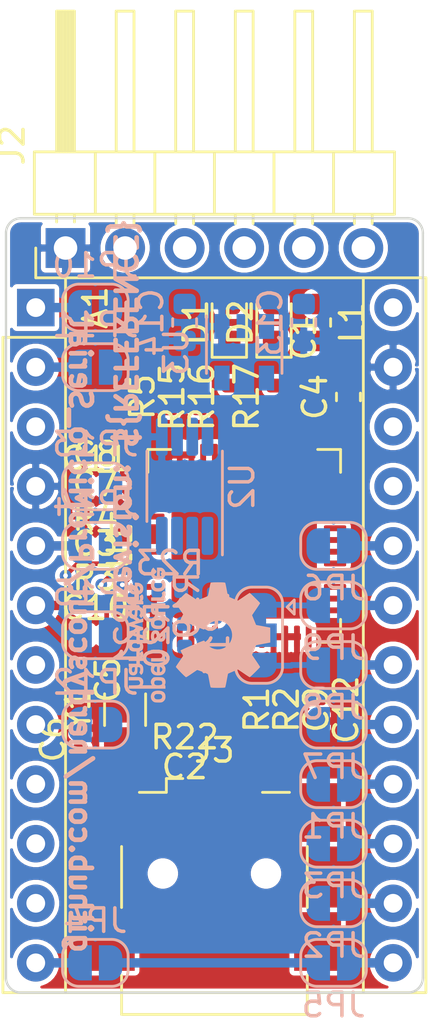
<source format=kicad_pcb>
(kicad_pcb (version 20171130) (host pcbnew 5.1.5-52549c5~84~ubuntu18.04.1)
  (title_block (title ProMicro_Serial) (date 2020-02-22) (rev v1.0) (company https://twitter.com/nerdyscout84) (comment 1 "CERN Open Hardware Licence v1.2 ") (comment 2 http://github.com/nerdyscout/ProMicro_Serial))
  (layers (0 F.Cu mixed) (31 B.Cu mixed) (34 B.Paste user) (35 F.Paste user) (36 B.SilkS user hide) (37 F.SilkS user hide) (38 B.Mask user) (39 F.Mask user) (44 Edge.Cuts user))
  (net 0 "")
  (net 1 GND)
  (net 2 +3V3)
  (net 3 ADBUS1)
  (net 4 ADBUS0)
  (net 5 ADBUS2)
  (net 6 ADBUS3)
  (net 7 "Net-(C2-Pad1)")
  (net 8 "Net-(C5-Pad1)")
  (net 9 "Net-(C6-Pad1)")
  (net 10 "Net-(C7-Pad1)")
  (net 11 "Net-(C8-Pad1)")
  (net 12 "Net-(R1-Pad1)")
  (net 13 "Net-(R2-Pad1)")
  (net 14 /EECS)
  (net 15 /EECLK)
  (net 16 "Net-(R21-Pad1)")
  (net 17 "Net-(R22-Pad1)")
  (net 18 /EEDAT)
  (net 19 "Net-(D1-Pad1)")
  (net 20 "Net-(D2-Pad1)")
  (net 21 +5V)
  (net 22 ACBUS0)
  (net 23 D9)
  (net 24 A3)
  (net 25 A2)
  (net 26 A1)
  (net 27 D5)
  (net 28 A0)
  (net 29 D15)
  (net 30 D3)
  (net 31 D14)
  (net 32 D2)
  (net 33 D16)
  (net 34 D10)
  (net 35 D0)
  (net 36 D1)
  (net 37 ADBUS4)
  (net 38 PWRSAV)
  (net 39 TXLED)
  (net 40 RXLED)
  (net 41 "Net-(J3-Pad3)")
  (net 42 "Net-(J3-Pad2)")
  (net 43 "Net-(R5-Pad1)")
  (net 44 "Net-(J2-Pad2)")
  (module Capacitor_SMD:C_0603_1608Metric (layer B.Cu) (at 107.95 76.835 270)
    (fp_text reference C14 (at 0 1.43 90) (layer B.SilkS) (effects (justify mirror)))
    (fp_text value 100n)
    (pad 2 smd roundrect (at 0.7875 0 270) (size 0.875 0.95) (layers B.Cu B.Paste B.Mask) (net 1 GND))
    (pad 1 smd roundrect (at -0.7875 0 270) (size 0.875 0.95) (layers B.Cu B.Paste B.Mask) (net 2 +3V3))
  )
  (module Capacitor_SMD:C_0603_1608Metric (layer B.Cu) (at 113.03 76.835 270)
    (fp_text reference C13 (at 0 1.43 90) (layer B.SilkS) (effects (justify mirror)))
    (fp_text value 1µ)
    (pad 2 smd roundrect (at 0.7875 0 270) (size 0.875 0.95) (layers B.Cu B.Paste B.Mask) (net 1 GND))
    (pad 1 smd roundrect (at -0.7875 0 270) (size 0.875 0.95) (layers B.Cu B.Paste B.Mask) (net 21 +5V))
  )
  (module Jumper:SolderJumper-3_P1.3mm_Bridged12_RoundedPad1.0x1.5mm (layer B.Cu) (at 111.125 90.17 270)
    (fp_text reference JP16 (at 0 1.8 90) (layer B.SilkS) (effects (justify mirror)))
    (fp_text value Jumper_3_Bridged12)
    (fp_poly (pts (xy -0.9 0.3) (xy -0.4 0.3) (xy -0.4 -0.3) (xy -0.9 -0.3)) (layer B.Cu) (width 0))
    (pad 1 smd custom (at -1.3 0 270) (size 1 0.5) (layers B.Cu B.Mask) (net 6 ADBUS3) (options (clearance outline) (anchor rect)) (primitives (gr_circle (center 0 -0.25) (end 0.5 -0.25) (width 0)) (gr_circle (center 0 0.25) (end 0.5 0.25) (width 0)) (gr_poly (pts (xy 0.55 0.75) (xy 0 0.75) (xy 0 -0.75) (xy 0.55 -0.75)) (width 0))))
    (pad 2 smd rect (at 0 0 270) (size 1 1.5) (layers B.Cu B.Mask) (net 44 "Net-(J2-Pad2)"))
    (pad 3 smd custom (at 1.3 0 270) (size 1 0.5) (layers B.Cu B.Mask) (net 5 ADBUS2) (options (clearance outline) (anchor rect)) (primitives (gr_circle (center 0 -0.25) (end 0.5 -0.25) (width 0)) (gr_circle (center 0 0.25) (end 0.5 0.25) (width 0)) (gr_poly (pts (xy -0.55 0.75) (xy 0 0.75) (xy 0 -0.75) (xy -0.55 -0.75)) (width 0))))
  )
  (module Package_TO_SOT_SMD:SOT-23-5 (layer B.Cu) (at 110.49 78.105 270)
    (fp_text reference U3 (at 0 2.9 90) (layer B.SilkS) (effects (justify mirror)))
    (fp_text value AZ1117-3.3)
    (pad 5 smd rect (at 1.1 0.95 270) (size 1.06 0.65) (layers B.Cu B.Paste B.Mask))
    (pad 4 smd rect (at 1.1 -0.95 270) (size 1.06 0.65) (layers B.Cu B.Paste B.Mask))
    (pad 3 smd rect (at -1.1 -0.95 270) (size 1.06 0.65) (layers B.Cu B.Paste B.Mask) (net 21 +5V))
    (pad 2 smd rect (at -1.1 0 270) (size 1.06 0.65) (layers B.Cu B.Paste B.Mask) (net 2 +3V3))
    (pad 1 smd rect (at -1.1 0.95 270) (size 1.06 0.65) (layers B.Cu B.Paste B.Mask) (net 1 GND))
  )
  (module Capacitor_SMD:C_0402_1005Metric (layer F.Cu) (at 113.03 80.01 90)
    (fp_text reference C1 (at 2.54 0 90) (layer F.SilkS))
    (fp_text value 100n)
    (pad 2 smd roundrect (at 0.485 0 90) (size 0.59 0.64) (layers F.Cu F.Paste F.Mask) (net 1 GND))
    (pad 1 smd roundrect (at -0.485 0 90) (size 0.59 0.64) (layers F.Cu F.Paste F.Mask) (net 2 +3V3))
  )
  (module Capacitor_SMD:C_0402_1005Metric (layer F.Cu) (at 107.95 94.615 180)
    (fp_text reference C2 (at 0 -1.17) (layer F.SilkS))
    (fp_text value 4.7µ)
    (pad 2 smd roundrect (at 0.485 0 180) (size 0.59 0.64) (layers F.Cu F.Paste F.Mask) (net 1 GND))
    (pad 1 smd roundrect (at -0.485 0 180) (size 0.59 0.64) (layers F.Cu F.Paste F.Mask) (net 7 "Net-(C2-Pad1)"))
  )
  (module Capacitor_SMD:C_0402_1005Metric (layer F.Cu) (at 104.14 85.09 180)
    (fp_text reference C3 (at 0 -1.17) (layer F.SilkS))
    (fp_text value 100n)
    (pad 2 smd roundrect (at 0.485 0 180) (size 0.59 0.64) (layers F.Cu F.Paste F.Mask) (net 1 GND))
    (pad 1 smd roundrect (at -0.485 0 180) (size 0.59 0.64) (layers F.Cu F.Paste F.Mask) (net 7 "Net-(C2-Pad1)"))
  )
  (module Capacitor_SMD:C_0402_1005Metric (layer F.Cu) (at 103.505 92.075 270)
    (fp_text reference C5 (at 0 -1.17 90) (layer F.SilkS))
    (fp_text value 27p)
    (pad 2 smd roundrect (at 0.485 0 270) (size 0.59 0.64) (layers F.Cu F.Paste F.Mask) (net 1 GND))
    (pad 1 smd roundrect (at -0.485 0 270) (size 0.59 0.64) (layers F.Cu F.Paste F.Mask) (net 8 "Net-(C5-Pad1)"))
  )
  (module Capacitor_SMD:C_0402_1005Metric (layer F.Cu) (at 103.505 94.615 90)
    (fp_text reference C6 (at 0 -1.17 90) (layer F.SilkS))
    (fp_text value 27p)
    (pad 2 smd roundrect (at 0.485 0 90) (size 0.59 0.64) (layers F.Cu F.Paste F.Mask) (net 1 GND))
    (pad 1 smd roundrect (at -0.485 0 90) (size 0.59 0.64) (layers F.Cu F.Paste F.Mask) (net 9 "Net-(C6-Pad1)"))
  )
  (module Capacitor_SMD:C_0402_1005Metric (layer F.Cu) (at 104.14 82.55 180)
    (fp_text reference C7 (at 0 -1.17) (layer F.SilkS))
    (fp_text value 100n)
    (pad 2 smd roundrect (at 0.485 0 180) (size 0.59 0.64) (layers F.Cu F.Paste F.Mask) (net 1 GND))
    (pad 1 smd roundrect (at -0.485 0 180) (size 0.59 0.64) (layers F.Cu F.Paste F.Mask) (net 10 "Net-(C7-Pad1)"))
  )
  (module Capacitor_SMD:C_0402_1005Metric (layer F.Cu) (at 104.14 81.28 180)
    (fp_text reference C8 (at 0 -1.17) (layer F.SilkS))
    (fp_text value 100n)
    (pad 2 smd roundrect (at 0.485 0 180) (size 0.59 0.64) (layers F.Cu F.Paste F.Mask) (net 1 GND))
    (pad 1 smd roundrect (at -0.485 0 180) (size 0.59 0.64) (layers F.Cu F.Paste F.Mask) (net 11 "Net-(C8-Pad1)"))
  )
  (module Capacitor_SMD:C_0402_1005Metric (layer F.Cu) (at 112.395 93.345 270)
    (fp_text reference C9 (at 0 -1.17 90) (layer F.SilkS))
    (fp_text value 4.7µ)
    (pad 2 smd roundrect (at 0.485 0 270) (size 0.59 0.64) (layers F.Cu F.Paste F.Mask) (net 1 GND))
    (pad 1 smd roundrect (at -0.485 0 270) (size 0.59 0.64) (layers F.Cu F.Paste F.Mask) (net 2 +3V3))
  )
  (module Capacitor_SMD:C_0402_1005Metric (layer F.Cu) (at 104.14 90.17)
    (fp_text reference C10 (at 0 -1.17) (layer F.SilkS))
    (fp_text value 100n)
    (pad 2 smd roundrect (at 0.485 0) (size 0.59 0.64) (layers F.Cu F.Paste F.Mask) (net 2 +3V3))
    (pad 1 smd roundrect (at -0.485 0) (size 0.59 0.64) (layers F.Cu F.Paste F.Mask) (net 1 GND))
  )
  (module Capacitor_SMD:C_0402_1005Metric (layer F.Cu) (at 104.14 83.82)
    (fp_text reference C11 (at 0 -1.17) (layer F.SilkS))
    (fp_text value 100n)
    (pad 2 smd roundrect (at 0.485 0) (size 0.59 0.64) (layers F.Cu F.Paste F.Mask) (net 2 +3V3))
    (pad 1 smd roundrect (at -0.485 0) (size 0.59 0.64) (layers F.Cu F.Paste F.Mask) (net 1 GND))
  )
  (module Capacitor_SMD:C_0402_1005Metric (layer F.Cu) (at 113.665 93.345 270)
    (fp_text reference C12 (at 0 -1.17 90) (layer F.SilkS))
    (fp_text value 100n)
    (pad 2 smd roundrect (at 0.485 0 270) (size 0.59 0.64) (layers F.Cu F.Paste F.Mask) (net 1 GND))
    (pad 1 smd roundrect (at -0.485 0 270) (size 0.59 0.64) (layers F.Cu F.Paste F.Mask) (net 2 +3V3))
  )
  (module Resistor_SMD:R_0402_1005Metric (layer F.Cu) (at 109.855 93.345 270)
    (fp_text reference R1 (at 0 -1.17 90) (layer F.SilkS))
    (fp_text value 22)
    (pad 2 smd roundrect (at 0.485 0 270) (size 0.59 0.64) (layers F.Cu F.Paste F.Mask) (net 42 "Net-(J3-Pad2)"))
    (pad 1 smd roundrect (at -0.485 0 270) (size 0.59 0.64) (layers F.Cu F.Paste F.Mask) (net 12 "Net-(R1-Pad1)"))
  )
  (module Resistor_SMD:R_0402_1005Metric (layer F.Cu) (at 111.125 93.345 270)
    (fp_text reference R2 (at 0 -1.17 90) (layer F.SilkS))
    (fp_text value 22)
    (pad 2 smd roundrect (at 0.485 0 270) (size 0.59 0.64) (layers F.Cu F.Paste F.Mask) (net 41 "Net-(J3-Pad3)"))
    (pad 1 smd roundrect (at -0.485 0 270) (size 0.59 0.64) (layers F.Cu F.Paste F.Mask) (net 13 "Net-(R2-Pad1)"))
  )
  (module Resistor_SMD:R_0402_1005Metric (layer F.Cu) (at 104.14 88.9)
    (fp_text reference R3 (at 0 -1.17) (layer F.SilkS))
    (fp_text value 4k7)
    (pad 2 smd roundrect (at 0.485 0) (size 0.59 0.64) (layers F.Cu F.Paste F.Mask) (net 2 +3V3))
    (pad 1 smd roundrect (at -0.485 0) (size 0.59 0.64) (layers F.Cu F.Paste F.Mask) (net 30 D3))
  )
  (module Resistor_SMD:R_0402_1005Metric (layer F.Cu) (at 104.14 86.36)
    (fp_text reference R4 (at 0 -1.17) (layer F.SilkS))
    (fp_text value 4k7)
    (pad 2 smd roundrect (at 0.485 0) (size 0.59 0.64) (layers F.Cu F.Paste F.Mask) (net 2 +3V3))
    (pad 1 smd roundrect (at -0.485 0) (size 0.59 0.64) (layers F.Cu F.Paste F.Mask) (net 32 D2))
  )
  (module Resistor_SMD:R_0402_1005Metric (layer F.Cu) (at 107.315 80.01 90)
    (fp_text reference R5 (at 0 -1.17 90) (layer F.SilkS))
    (fp_text value 1k)
    (pad 2 smd roundrect (at 0.485 0 90) (size 0.59 0.64) (layers F.Cu F.Paste F.Mask) (net 2 +3V3))
    (pad 1 smd roundrect (at -0.485 0 90) (size 0.59 0.64) (layers F.Cu F.Paste F.Mask) (net 43 "Net-(R5-Pad1)"))
  )
  (module Resistor_SMD:R_0402_1005Metric (layer F.Cu) (at 108.585 80.01 90)
    (fp_text reference R15 (at 0 -1.17 90) (layer F.SilkS))
    (fp_text value 39k)
    (pad 2 smd roundrect (at 0.485 0 90) (size 0.59 0.64) (layers F.Cu F.Paste F.Mask) (net 21 +5V))
    (pad 1 smd roundrect (at -0.485 0 90) (size 0.59 0.64) (layers F.Cu F.Paste F.Mask) (net 38 PWRSAV))
  )
  (module Resistor_SMD:R_0402_1005Metric (layer F.Cu) (at 109.855 80.01 90)
    (fp_text reference R16 (at 0 -1.17 90) (layer F.SilkS))
    (fp_text value 220)
    (pad 2 smd roundrect (at 0.485 0 90) (size 0.59 0.64) (layers F.Cu F.Paste F.Mask) (net 19 "Net-(D1-Pad1)"))
    (pad 1 smd roundrect (at -0.485 0 90) (size 0.59 0.64) (layers F.Cu F.Paste F.Mask) (net 39 TXLED))
  )
  (module Resistor_SMD:R_0402_1005Metric (layer F.Cu) (at 111.76 80.01 90)
    (fp_text reference R17 (at 0 -1.17 90) (layer F.SilkS))
    (fp_text value 220)
    (pad 2 smd roundrect (at 0.485 0 90) (size 0.59 0.64) (layers F.Cu F.Paste F.Mask) (net 20 "Net-(D2-Pad1)"))
    (pad 1 smd roundrect (at -0.485 0 90) (size 0.59 0.64) (layers F.Cu F.Paste F.Mask) (net 40 RXLED))
  )
  (module Resistor_SMD:R_0402_1005Metric (layer B.Cu) (at 109.22 88.9 270)
    (fp_text reference R19 (at 0 1.17 90) (layer B.SilkS) (effects (justify mirror)))
    (fp_text value 10k)
    (pad 2 smd roundrect (at 0.485 0 270) (size 0.59 0.64) (layers B.Cu B.Paste B.Mask) (net 2 +3V3))
    (pad 1 smd roundrect (at -0.485 0 270) (size 0.59 0.64) (layers B.Cu B.Paste B.Mask) (net 14 /EECS))
  )
  (module Resistor_SMD:R_0402_1005Metric (layer B.Cu) (at 107.95 90.17 270)
    (fp_text reference R20 (at 0 1.17 90) (layer B.SilkS) (effects (justify mirror)))
    (fp_text value 10k)
    (pad 2 smd roundrect (at 0.485 0 270) (size 0.59 0.64) (layers B.Cu B.Paste B.Mask) (net 2 +3V3))
    (pad 1 smd roundrect (at -0.485 0 270) (size 0.59 0.64) (layers B.Cu B.Paste B.Mask) (net 15 /EECLK))
  )
  (module Resistor_SMD:R_0402_1005Metric (layer B.Cu) (at 106.68 90.17 270)
    (fp_text reference R21 (at 0 1.17 90) (layer B.SilkS) (effects (justify mirror)))
    (fp_text value 10k)
    (pad 2 smd roundrect (at 0.485 0 270) (size 0.59 0.64) (layers B.Cu B.Paste B.Mask) (net 2 +3V3))
    (pad 1 smd roundrect (at -0.485 0 270) (size 0.59 0.64) (layers B.Cu B.Paste B.Mask) (net 16 "Net-(R21-Pad1)"))
  )
  (module Resistor_SMD:R_0402_1005Metric (layer F.Cu) (at 107.95 93.345 180)
    (fp_text reference R22 (at 0 -1.17) (layer F.SilkS))
    (fp_text value 12k)
    (pad 2 smd roundrect (at 0.485 0 180) (size 0.59 0.64) (layers F.Cu F.Paste F.Mask) (net 1 GND))
    (pad 1 smd roundrect (at -0.485 0 180) (size 0.59 0.64) (layers F.Cu F.Paste F.Mask) (net 17 "Net-(R22-Pad1)"))
  )
  (module Resistor_SMD:R_0402_1005Metric (layer B.Cu) (at 107.315 88.265 180)
    (fp_text reference R23 (at 0 1.17) (layer B.SilkS) (effects (justify mirror)))
    (fp_text value 2k)
    (pad 2 smd roundrect (at 0.485 0 180) (size 0.59 0.64) (layers B.Cu B.Paste B.Mask) (net 16 "Net-(R21-Pad1)"))
    (pad 1 smd roundrect (at -0.485 0 180) (size 0.59 0.64) (layers B.Cu B.Paste B.Mask) (net 18 /EEDAT))
  )
  (module Symbol:OSHW-Logo_5.7x6mm_SilkScreen (layer B.Cu) (at 108.585 90.17 90)
    (fp_text reference LOGO1 hide)
    (fp_text value Logo_Open_Hardware_Small hide)
  )
  (module Package_SO:MSOP-8_3x3mm_P0.65mm (layer B.Cu) (at 107.95 83.82 90)
    (fp_text reference U2 (at 0 2.45 90) (layer B.SilkS) (effects (justify mirror)))
    (fp_text value 93CxxB)
    (pad 8 smd roundrect (at 2.1125 0.975 90) (size 1.625 0.5) (layers B.Cu B.Paste B.Mask) (net 2 +3V3))
    (pad 7 smd roundrect (at 2.1125 0.325 90) (size 1.625 0.5) (layers B.Cu B.Paste B.Mask))
    (pad 6 smd roundrect (at 2.1125 -0.325 90) (size 1.625 0.5) (layers B.Cu B.Paste B.Mask))
    (pad 5 smd roundrect (at 2.1125 -0.975 90) (size 1.625 0.5) (layers B.Cu B.Paste B.Mask) (net 1 GND))
    (pad 4 smd roundrect (at -2.1125 -0.975 90) (size 1.625 0.5) (layers B.Cu B.Paste B.Mask) (net 16 "Net-(R21-Pad1)"))
    (pad 3 smd roundrect (at -2.1125 -0.325 90) (size 1.625 0.5) (layers B.Cu B.Paste B.Mask) (net 18 /EEDAT))
    (pad 2 smd roundrect (at -2.1125 0.325 90) (size 1.625 0.5) (layers B.Cu B.Paste B.Mask) (net 15 /EECLK))
    (pad 1 smd roundrect (at -2.1125 0.975 90) (size 1.625 0.5) (layers B.Cu B.Paste B.Mask) (net 14 /EECS))
  )
  (module Inductor_SMD:L_0603_1608Metric (layer F.Cu) (at 113.665 76.835 270)
    (fp_text reference L1 (at 0 -1.43 90) (layer F.SilkS))
    (fp_text value 0)
    (pad 2 smd roundrect (at 0.7875 0 270) (size 0.875 0.95) (layers F.Cu F.Paste F.Mask) (net 7 "Net-(C2-Pad1)"))
    (pad 1 smd roundrect (at -0.7875 0 270) (size 0.875 0.95) (layers F.Cu F.Paste F.Mask) (net 21 +5V))
  )
  (module Connector_USB:USB_Mini-B_Wuerth_65100516121_Horizontal (layer F.Cu) (at 109.22 100.33)
    (fp_text reference J3 (at 0 -5.25) (layer F.SilkS))
    (fp_text value USB_B_Mini)
    (pad "" np_thru_hole circle (at 2.2 0) (size 0.9 0.9) (drill 0.9) (layers *.Cu *.Mask))
    (pad "" np_thru_hole circle (at -2.2 0) (size 0.9 0.9) (drill 0.9) (layers *.Cu *.Mask))
    (pad 5 smd rect (at 1.6 -2.6) (size 0.5 2.5) (layers F.Cu F.Paste F.Mask) (net 1 GND))
    (pad 4 smd rect (at 0.8 -2.6) (size 0.5 2.5) (layers F.Cu F.Paste F.Mask))
    (pad 3 smd rect (at 0 -2.6) (size 0.5 2.5) (layers F.Cu F.Paste F.Mask) (net 41 "Net-(J3-Pad3)"))
    (pad 2 smd rect (at -0.8 -2.6) (size 0.5 2.5) (layers F.Cu F.Paste F.Mask) (net 42 "Net-(J3-Pad2)"))
    (pad 1 smd rect (at -1.6 -2.6) (size 0.5 2.5) (layers F.Cu F.Paste F.Mask) (net 7 "Net-(C2-Pad1)"))
    (pad 6 smd rect (at 4.4 -2.6) (size 2 2.5) (layers F.Cu F.Paste F.Mask) (net 1 GND))
    (pad 6 smd rect (at -4.4 -2.6) (size 2 2.5) (layers F.Cu F.Paste F.Mask) (net 1 GND))
    (pad 6 smd rect (at 4.4 2.9) (size 2 2.5) (layers F.Cu F.Paste F.Mask) (net 1 GND))
    (pad 6 smd rect (at -4.4 2.9) (size 2 2.5) (layers F.Cu F.Paste F.Mask) (net 1 GND))
  )
  (module Jumper:SolderJumper-2_P1.3mm_Open_RoundedPad1.0x1.5mm (layer B.Cu) (at 104.14 90.17 180)
    (fp_text reference JP15 (at 0 1.8) (layer B.SilkS) (effects (justify mirror)))
    (fp_text value Jumper_NO_Small)
    (pad 2 smd custom (at 0.65 0 180) (size 1 0.5) (layers B.Cu B.Mask) (net 30 D3) (options (clearance outline) (anchor rect)) (primitives (gr_circle (center 0 -0.25) (end 0.5 -0.25) (width 0)) (gr_circle (center 0 0.25) (end 0.5 0.25) (width 0)) (gr_poly (pts (xy 0 0.75) (xy -0.5 0.75) (xy -0.5 -0.75) (xy 0 -0.75)) (width 0))))
    (pad 1 smd custom (at -0.65 0 180) (size 1 0.5) (layers B.Cu B.Mask) (net 4 ADBUS0) (options (clearance outline) (anchor rect)) (primitives (gr_circle (center 0 -0.25) (end 0.5 -0.25) (width 0)) (gr_circle (center 0 0.25) (end 0.5 0.25) (width 0)) (gr_poly (pts (xy 0 0.75) (xy 0.5 0.75) (xy 0.5 -0.75) (xy 0 -0.75)) (width 0))))
  )
  (module Jumper:SolderJumper-2_P1.3mm_Open_RoundedPad1.0x1.5mm (layer B.Cu) (at 104.14 86.36 180)
    (fp_text reference JP14 (at 0 1.8) (layer B.SilkS) (effects (justify mirror)))
    (fp_text value Jumper_NO_Small)
    (pad 2 smd custom (at 0.65 0 180) (size 1 0.5) (layers B.Cu B.Mask) (net 32 D2) (options (clearance outline) (anchor rect)) (primitives (gr_circle (center 0 -0.25) (end 0.5 -0.25) (width 0)) (gr_circle (center 0 0.25) (end 0.5 0.25) (width 0)) (gr_poly (pts (xy 0 0.75) (xy -0.5 0.75) (xy -0.5 -0.75) (xy 0 -0.75)) (width 0))))
    (pad 1 smd custom (at -0.65 0 180) (size 1 0.5) (layers B.Cu B.Mask) (net 5 ADBUS2) (options (clearance outline) (anchor rect)) (primitives (gr_circle (center 0 -0.25) (end 0.5 -0.25) (width 0)) (gr_circle (center 0 0.25) (end 0.5 0.25) (width 0)) (gr_poly (pts (xy 0 0.75) (xy 0.5 0.75) (xy 0.5 -0.75) (xy 0 -0.75)) (width 0))))
  )
  (module Jumper:SolderJumper-2_P1.3mm_Open_RoundedPad1.0x1.5mm (layer B.Cu) (at 104.14 83.82 180)
    (fp_text reference JP13 (at 0 1.8) (layer B.SilkS) (effects (justify mirror)))
    (fp_text value Jumper_NO_Small)
    (pad 2 smd custom (at 0.65 0 180) (size 1 0.5) (layers B.Cu B.Mask) (net 32 D2) (options (clearance outline) (anchor rect)) (primitives (gr_circle (center 0 -0.25) (end 0.5 -0.25) (width 0)) (gr_circle (center 0 0.25) (end 0.5 0.25) (width 0)) (gr_poly (pts (xy 0 0.75) (xy -0.5 0.75) (xy -0.5 -0.75) (xy 0 -0.75)) (width 0))))
    (pad 1 smd custom (at -0.65 0 180) (size 1 0.5) (layers B.Cu B.Mask) (net 3 ADBUS1) (options (clearance outline) (anchor rect)) (primitives (gr_circle (center 0 -0.25) (end 0.5 -0.25) (width 0)) (gr_circle (center 0 0.25) (end 0.5 0.25) (width 0)) (gr_poly (pts (xy 0 0.75) (xy 0.5 0.75) (xy 0.5 -0.75) (xy 0 -0.75)) (width 0))))
  )
  (module Jumper:SolderJumper-2_P1.3mm_Open_RoundedPad1.0x1.5mm (layer B.Cu) (at 104.14 93.98 180)
    (fp_text reference JP12 (at 0 1.8) (layer B.SilkS) (effects (justify mirror)))
    (fp_text value Jumper_NO_Small)
    (pad 2 smd custom (at 0.65 0 180) (size 1 0.5) (layers B.Cu B.Mask) (net 27 D5) (options (clearance outline) (anchor rect)) (primitives (gr_circle (center 0 -0.25) (end 0.5 -0.25) (width 0)) (gr_circle (center 0 0.25) (end 0.5 0.25) (width 0)) (gr_poly (pts (xy 0 0.75) (xy -0.5 0.75) (xy -0.5 -0.75) (xy 0 -0.75)) (width 0))))
    (pad 1 smd custom (at -0.65 0 180) (size 1 0.5) (layers B.Cu B.Mask) (net 22 ACBUS0) (options (clearance outline) (anchor rect)) (primitives (gr_circle (center 0 -0.25) (end 0.5 -0.25) (width 0)) (gr_circle (center 0 0.25) (end 0.5 0.25) (width 0)) (gr_poly (pts (xy 0 0.75) (xy 0.5 0.75) (xy 0.5 -0.75) (xy 0 -0.75)) (width 0))))
  )
  (module Jumper:SolderJumper-2_P1.3mm_Open_RoundedPad1.0x1.5mm (layer B.Cu) (at 104.14 78.74 180)
    (fp_text reference JP11 (at 0 1.8) (layer B.SilkS) (effects (justify mirror)))
    (fp_text value Jumper_NO_Small)
    (pad 2 smd custom (at 0.65 0 180) (size 1 0.5) (layers B.Cu B.Mask) (net 35 D0) (options (clearance outline) (anchor rect)) (primitives (gr_circle (center 0 -0.25) (end 0.5 -0.25) (width 0)) (gr_circle (center 0 0.25) (end 0.5 0.25) (width 0)) (gr_poly (pts (xy 0 0.75) (xy -0.5 0.75) (xy -0.5 -0.75) (xy 0 -0.75)) (width 0))))
    (pad 1 smd custom (at -0.65 0 180) (size 1 0.5) (layers B.Cu B.Mask) (net 3 ADBUS1) (options (clearance outline) (anchor rect)) (primitives (gr_circle (center 0 -0.25) (end 0.5 -0.25) (width 0)) (gr_circle (center 0 0.25) (end 0.5 0.25) (width 0)) (gr_poly (pts (xy 0 0.75) (xy 0.5 0.75) (xy 0.5 -0.75) (xy 0 -0.75)) (width 0))))
  )
  (module Jumper:SolderJumper-2_P1.3mm_Open_RoundedPad1.0x1.5mm (layer B.Cu) (at 104.14 76.2 180)
    (fp_text reference JP10 (at 0 1.8) (layer B.SilkS) (effects (justify mirror)))
    (fp_text value Jumper_NO_Small)
    (pad 2 smd custom (at 0.65 0 180) (size 1 0.5) (layers B.Cu B.Mask) (net 36 D1) (options (clearance outline) (anchor rect)) (primitives (gr_circle (center 0 -0.25) (end 0.5 -0.25) (width 0)) (gr_circle (center 0 0.25) (end 0.5 0.25) (width 0)) (gr_poly (pts (xy 0 0.75) (xy -0.5 0.75) (xy -0.5 -0.75) (xy 0 -0.75)) (width 0))))
    (pad 1 smd custom (at -0.65 0 180) (size 1 0.5) (layers B.Cu B.Mask) (net 4 ADBUS0) (options (clearance outline) (anchor rect)) (primitives (gr_circle (center 0 -0.25) (end 0.5 -0.25) (width 0)) (gr_circle (center 0 0.25) (end 0.5 0.25) (width 0)) (gr_poly (pts (xy 0 0.75) (xy 0.5 0.75) (xy 0.5 -0.75) (xy 0 -0.75)) (width 0))))
  )
  (module Jumper:SolderJumper-2_P1.3mm_Open_RoundedPad1.0x1.5mm (layer B.Cu) (at 114.3 88.9)
    (fp_text reference JP9 (at 0 1.8) (layer B.SilkS) (effects (justify mirror)))
    (fp_text value Jumper_NO_Small)
    (pad 2 smd custom (at 0.65 0) (size 1 0.5) (layers B.Cu B.Mask) (net 25 A2) (options (clearance outline) (anchor rect)) (primitives (gr_circle (center 0 -0.25) (end 0.5 -0.25) (width 0)) (gr_circle (center 0 0.25) (end 0.5 0.25) (width 0)) (gr_poly (pts (xy 0 0.75) (xy -0.5 0.75) (xy -0.5 -0.75) (xy 0 -0.75)) (width 0))))
    (pad 1 smd custom (at -0.65 0) (size 1 0.5) (layers B.Cu B.Mask) (net 6 ADBUS3) (options (clearance outline) (anchor rect)) (primitives (gr_circle (center 0 -0.25) (end 0.5 -0.25) (width 0)) (gr_circle (center 0 0.25) (end 0.5 0.25) (width 0)) (gr_poly (pts (xy 0 0.75) (xy 0.5 0.75) (xy 0.5 -0.75) (xy 0 -0.75)) (width 0))))
  )
  (module Jumper:SolderJumper-2_P1.3mm_Open_RoundedPad1.0x1.5mm (layer B.Cu) (at 114.3 91.44)
    (fp_text reference JP8 (at 0 1.8) (layer B.SilkS) (effects (justify mirror)))
    (fp_text value Jumper_NO_Small)
    (pad 2 smd custom (at 0.65 0) (size 1 0.5) (layers B.Cu B.Mask) (net 26 A1) (options (clearance outline) (anchor rect)) (primitives (gr_circle (center 0 -0.25) (end 0.5 -0.25) (width 0)) (gr_circle (center 0 0.25) (end 0.5 0.25) (width 0)) (gr_poly (pts (xy 0 0.75) (xy -0.5 0.75) (xy -0.5 -0.75) (xy 0 -0.75)) (width 0))))
    (pad 1 smd custom (at -0.65 0) (size 1 0.5) (layers B.Cu B.Mask) (net 5 ADBUS2) (options (clearance outline) (anchor rect)) (primitives (gr_circle (center 0 -0.25) (end 0.5 -0.25) (width 0)) (gr_circle (center 0 0.25) (end 0.5 0.25) (width 0)) (gr_poly (pts (xy 0 0.75) (xy 0.5 0.75) (xy 0.5 -0.75) (xy 0 -0.75)) (width 0))))
  )
  (module Jumper:SolderJumper-2_P1.3mm_Open_RoundedPad1.0x1.5mm (layer B.Cu) (at 114.3 93.98)
    (fp_text reference JP7 (at 0 1.8) (layer B.SilkS) (effects (justify mirror)))
    (fp_text value Jumper_NO_Small)
    (pad 2 smd custom (at 0.65 0) (size 1 0.5) (layers B.Cu B.Mask) (net 28 A0) (options (clearance outline) (anchor rect)) (primitives (gr_circle (center 0 -0.25) (end 0.5 -0.25) (width 0)) (gr_circle (center 0 0.25) (end 0.5 0.25) (width 0)) (gr_poly (pts (xy 0 0.75) (xy -0.5 0.75) (xy -0.5 -0.75) (xy 0 -0.75)) (width 0))))
    (pad 1 smd custom (at -0.65 0) (size 1 0.5) (layers B.Cu B.Mask) (net 3 ADBUS1) (options (clearance outline) (anchor rect)) (primitives (gr_circle (center 0 -0.25) (end 0.5 -0.25) (width 0)) (gr_circle (center 0 0.25) (end 0.5 0.25) (width 0)) (gr_poly (pts (xy 0 0.75) (xy 0.5 0.75) (xy 0.5 -0.75) (xy 0 -0.75)) (width 0))))
  )
  (module Jumper:SolderJumper-2_P1.3mm_Open_RoundedPad1.0x1.5mm (layer B.Cu) (at 114.3 86.36)
    (fp_text reference JP6 (at 0 1.8) (layer B.SilkS) (effects (justify mirror)))
    (fp_text value Jumper_NO_Small)
    (pad 2 smd custom (at 0.65 0) (size 1 0.5) (layers B.Cu B.Mask) (net 24 A3) (options (clearance outline) (anchor rect)) (primitives (gr_circle (center 0 -0.25) (end 0.5 -0.25) (width 0)) (gr_circle (center 0 0.25) (end 0.5 0.25) (width 0)) (gr_poly (pts (xy 0 0.75) (xy -0.5 0.75) (xy -0.5 -0.75) (xy 0 -0.75)) (width 0))))
    (pad 1 smd custom (at -0.65 0) (size 1 0.5) (layers B.Cu B.Mask) (net 4 ADBUS0) (options (clearance outline) (anchor rect)) (primitives (gr_circle (center 0 -0.25) (end 0.5 -0.25) (width 0)) (gr_circle (center 0 0.25) (end 0.5 0.25) (width 0)) (gr_poly (pts (xy 0 0.75) (xy 0.5 0.75) (xy 0.5 -0.75) (xy 0 -0.75)) (width 0))))
  )
  (module Jumper:SolderJumper-2_P1.3mm_Open_RoundedPad1.0x1.5mm (layer B.Cu) (at 114.3 104.14)
    (fp_text reference JP5 (at 0 1.8) (layer B.SilkS) (effects (justify mirror)))
    (fp_text value Jumper_NO_Small)
    (pad 2 smd custom (at 0.65 0) (size 1 0.5) (layers B.Cu B.Mask) (net 34 D10) (options (clearance outline) (anchor rect)) (primitives (gr_circle (center 0 -0.25) (end 0.5 -0.25) (width 0)) (gr_circle (center 0 0.25) (end 0.5 0.25) (width 0)) (gr_poly (pts (xy 0 0.75) (xy -0.5 0.75) (xy -0.5 -0.75) (xy 0 -0.75)) (width 0))))
    (pad 1 smd custom (at -0.65 0) (size 1 0.5) (layers B.Cu B.Mask) (net 6 ADBUS3) (options (clearance outline) (anchor rect)) (primitives (gr_circle (center 0 -0.25) (end 0.5 -0.25) (width 0)) (gr_circle (center 0 0.25) (end 0.5 0.25) (width 0)) (gr_poly (pts (xy 0 0.75) (xy 0.5 0.75) (xy 0.5 -0.75) (xy 0 -0.75)) (width 0))))
  )
  (module Jumper:SolderJumper-2_P1.3mm_Open_RoundedPad1.0x1.5mm (layer B.Cu) (at 104.14 104.14 180)
    (fp_text reference JP4 (at 0 1.8) (layer B.SilkS) (effects (justify mirror)))
    (fp_text value Jumper_NO_Small)
    (pad 2 smd custom (at 0.65 0 180) (size 1 0.5) (layers B.Cu B.Mask) (net 23 D9) (options (clearance outline) (anchor rect)) (primitives (gr_circle (center 0 -0.25) (end 0.5 -0.25) (width 0)) (gr_circle (center 0 0.25) (end 0.5 0.25) (width 0)) (gr_poly (pts (xy 0 0.75) (xy -0.5 0.75) (xy -0.5 -0.75) (xy 0 -0.75)) (width 0))))
    (pad 1 smd custom (at -0.65 0 180) (size 1 0.5) (layers B.Cu B.Mask) (net 6 ADBUS3) (options (clearance outline) (anchor rect)) (primitives (gr_circle (center 0 -0.25) (end 0.5 -0.25) (width 0)) (gr_circle (center 0 0.25) (end 0.5 0.25) (width 0)) (gr_poly (pts (xy 0 0.75) (xy 0.5 0.75) (xy 0.5 -0.75) (xy 0 -0.75)) (width 0))))
  )
  (module Jumper:SolderJumper-2_P1.3mm_Open_RoundedPad1.0x1.5mm (layer B.Cu) (at 114.3 99.06)
    (fp_text reference JP3 (at 0 1.8) (layer B.SilkS) (effects (justify mirror)))
    (fp_text value Jumper_NO_Small)
    (pad 2 smd custom (at 0.65 0) (size 1 0.5) (layers B.Cu B.Mask) (net 31 D14) (options (clearance outline) (anchor rect)) (primitives (gr_circle (center 0 -0.25) (end 0.5 -0.25) (width 0)) (gr_circle (center 0 0.25) (end 0.5 0.25) (width 0)) (gr_poly (pts (xy 0 0.75) (xy -0.5 0.75) (xy -0.5 -0.75) (xy 0 -0.75)) (width 0))))
    (pad 1 smd custom (at -0.65 0) (size 1 0.5) (layers B.Cu B.Mask) (net 5 ADBUS2) (options (clearance outline) (anchor rect)) (primitives (gr_circle (center 0 -0.25) (end 0.5 -0.25) (width 0)) (gr_circle (center 0 0.25) (end 0.5 0.25) (width 0)) (gr_poly (pts (xy 0 0.75) (xy 0.5 0.75) (xy 0.5 -0.75) (xy 0 -0.75)) (width 0))))
  )
  (module Jumper:SolderJumper-2_P1.3mm_Open_RoundedPad1.0x1.5mm (layer B.Cu) (at 114.3 101.6)
    (fp_text reference JP2 (at 0 1.8) (layer B.SilkS) (effects (justify mirror)))
    (fp_text value Jumper_NO_Small)
    (pad 2 smd custom (at 0.65 0) (size 1 0.5) (layers B.Cu B.Mask) (net 33 D16) (options (clearance outline) (anchor rect)) (primitives (gr_circle (center 0 -0.25) (end 0.5 -0.25) (width 0)) (gr_circle (center 0 0.25) (end 0.5 0.25) (width 0)) (gr_poly (pts (xy 0 0.75) (xy -0.5 0.75) (xy -0.5 -0.75) (xy 0 -0.75)) (width 0))))
    (pad 1 smd custom (at -0.65 0) (size 1 0.5) (layers B.Cu B.Mask) (net 3 ADBUS1) (options (clearance outline) (anchor rect)) (primitives (gr_circle (center 0 -0.25) (end 0.5 -0.25) (width 0)) (gr_circle (center 0 0.25) (end 0.5 0.25) (width 0)) (gr_poly (pts (xy 0 0.75) (xy 0.5 0.75) (xy 0.5 -0.75) (xy 0 -0.75)) (width 0))))
  )
  (module Jumper:SolderJumper-2_P1.3mm_Open_RoundedPad1.0x1.5mm (layer B.Cu) (at 114.3 96.52)
    (fp_text reference JP1 (at 0 1.8) (layer B.SilkS) (effects (justify mirror)))
    (fp_text value Jumper_NO_Small)
    (pad 2 smd custom (at 0.65 0) (size 1 0.5) (layers B.Cu B.Mask) (net 29 D15) (options (clearance outline) (anchor rect)) (primitives (gr_circle (center 0 -0.25) (end 0.5 -0.25) (width 0)) (gr_circle (center 0 0.25) (end 0.5 0.25) (width 0)) (gr_poly (pts (xy 0 0.75) (xy -0.5 0.75) (xy -0.5 -0.75) (xy 0 -0.75)) (width 0))))
    (pad 1 smd custom (at -0.65 0) (size 1 0.5) (layers B.Cu B.Mask) (net 4 ADBUS0) (options (clearance outline) (anchor rect)) (primitives (gr_circle (center 0 -0.25) (end 0.5 -0.25) (width 0)) (gr_circle (center 0 0.25) (end 0.5 0.25) (width 0)) (gr_poly (pts (xy 0 0.75) (xy 0.5 0.75) (xy 0.5 -0.75) (xy 0 -0.75)) (width 0))))
  )
  (module Crystal:Crystal_SMD_3215-2Pin_3.2x1.5mm (layer F.Cu) (at 105.41 93.345 90)
    (fp_text reference Y1 (at 0 -2 90) (layer F.SilkS))
    (fp_text value 12Mhz)
    (pad 2 smd rect (at -1.25 0 90) (size 1 1.8) (layers F.Cu F.Paste F.Mask) (net 9 "Net-(C6-Pad1)"))
    (pad 1 smd rect (at 1.25 0 90) (size 1 1.8) (layers F.Cu F.Paste F.Mask) (net 8 "Net-(C5-Pad1)"))
  )
  (module Capacitor_SMD:C_0603_1608Metric (layer F.Cu) (at 114.935 80.01 90)
    (fp_text reference C4 (at 0 -1.43 90) (layer F.SilkS))
    (fp_text value 10µ)
    (pad 2 smd roundrect (at 0.7875 0 90) (size 0.875 0.95) (layers F.Cu F.Paste F.Mask) (net 1 GND))
    (pad 1 smd roundrect (at -0.7875 0 90) (size 0.875 0.95) (layers F.Cu F.Paste F.Mask) (net 2 +3V3))
  )
  (module Connector_PinHeader_2.54mm:PinHeader_1x06_P2.54mm_Horizontal (layer F.Cu) (at 102.87 73.66 90)
    (fp_text reference J2 (at 4.385 -2.27 90) (layer F.SilkS))
    (fp_text value Conn_01x06)
    (pad 6 thru_hole oval (at 0 12.7 90) (size 1.7 1.7) (drill 1) (layers *.Cu *.Mask) (net 37 ADBUS4))
    (pad 5 thru_hole oval (at 0 10.16 90) (size 1.7 1.7) (drill 1) (layers *.Cu *.Mask) (net 3 ADBUS1))
    (pad 4 thru_hole oval (at 0 7.62 90) (size 1.7 1.7) (drill 1) (layers *.Cu *.Mask) (net 4 ADBUS0))
    (pad 3 thru_hole oval (at 0 5.08 90) (size 1.7 1.7) (drill 1) (layers *.Cu *.Mask) (net 2 +3V3))
    (pad 2 thru_hole oval (at 0 2.54 90) (size 1.7 1.7) (drill 1) (layers *.Cu *.Mask) (net 44 "Net-(J2-Pad2)"))
    (pad 1 thru_hole rect (at 0 0 90) (size 1.7 1.7) (drill 1) (layers *.Cu *.Mask) (net 1 GND))
  )
  (module LED_SMD:LED_0603_1608Metric (layer F.Cu) (at 111.76 76.835 90)
    (fp_text reference D2 (at 0 -1.43 90) (layer F.SilkS))
    (fp_text value RX)
    (pad 2 smd roundrect (at 0.7875 0 90) (size 0.875 0.95) (layers F.Cu F.Paste F.Mask) (net 2 +3V3))
    (pad 1 smd roundrect (at -0.7875 0 90) (size 0.875 0.95) (layers F.Cu F.Paste F.Mask) (net 20 "Net-(D2-Pad1)"))
  )
  (module LED_SMD:LED_0603_1608Metric (layer F.Cu) (at 109.855 76.835 90)
    (fp_text reference D1 (at 0 -1.43 90) (layer F.SilkS))
    (fp_text value TX)
    (pad 2 smd roundrect (at 0.7875 0 90) (size 0.875 0.95) (layers F.Cu F.Paste F.Mask) (net 2 +3V3))
    (pad 1 smd roundrect (at -0.7875 0 90) (size 0.875 0.95) (layers F.Cu F.Paste F.Mask) (net 19 "Net-(D1-Pad1)"))
  )
  (module Package_DFN_QFN:QFN-48-1EP_8x8mm_P0.5mm_EP6.2x6.2mm (layer F.Cu) (at 110.49 86.36 90)
    (fp_text reference U1 (at 0 -5.3 90) (layer F.SilkS))
    (fp_text value FT232H)
    (pad 48 smd roundrect (at -2.75 -3.875 90) (size 0.25 0.95) (layers F.Cu F.Paste F.Mask) (net 1 GND))
    (pad 47 smd roundrect (at -2.25 -3.875 90) (size 0.25 0.95) (layers F.Cu F.Paste F.Mask) (net 1 GND))
    (pad 46 smd roundrect (at -1.75 -3.875 90) (size 0.25 0.95) (layers F.Cu F.Paste F.Mask) (net 2 +3V3))
    (pad 45 smd roundrect (at -1.25 -3.875 90) (size 0.25 0.95) (layers F.Cu F.Paste F.Mask) (net 14 /EECS))
    (pad 44 smd roundrect (at -0.75 -3.875 90) (size 0.25 0.95) (layers F.Cu F.Paste F.Mask) (net 15 /EECLK))
    (pad 43 smd roundrect (at -0.25 -3.875 90) (size 0.25 0.95) (layers F.Cu F.Paste F.Mask) (net 18 /EEDAT))
    (pad 42 smd roundrect (at 0.25 -3.875 90) (size 0.25 0.95) (layers F.Cu F.Paste F.Mask) (net 1 GND))
    (pad 41 smd roundrect (at 0.75 -3.875 90) (size 0.25 0.95) (layers F.Cu F.Paste F.Mask) (net 1 GND))
    (pad 40 smd roundrect (at 1.25 -3.875 90) (size 0.25 0.95) (layers F.Cu F.Paste F.Mask) (net 7 "Net-(C2-Pad1)"))
    (pad 39 smd roundrect (at 1.75 -3.875 90) (size 0.25 0.95) (layers F.Cu F.Paste F.Mask) (net 2 +3V3))
    (pad 38 smd roundrect (at 2.25 -3.875 90) (size 0.25 0.95) (layers F.Cu F.Paste F.Mask) (net 10 "Net-(C7-Pad1)"))
    (pad 37 smd roundrect (at 2.75 -3.875 90) (size 0.25 0.95) (layers F.Cu F.Paste F.Mask) (net 11 "Net-(C8-Pad1)"))
    (pad 36 smd roundrect (at 3.875 -2.75 90) (size 0.95 0.25) (layers F.Cu F.Paste F.Mask) (net 1 GND))
    (pad 35 smd roundrect (at 3.875 -2.25 90) (size 0.95 0.25) (layers F.Cu F.Paste F.Mask) (net 1 GND))
    (pad 34 smd roundrect (at 3.875 -1.75 90) (size 0.95 0.25) (layers F.Cu F.Paste F.Mask) (net 43 "Net-(R5-Pad1)"))
    (pad 33 smd roundrect (at 3.875 -1.25 90) (size 0.95 0.25) (layers F.Cu F.Paste F.Mask))
    (pad 32 smd roundrect (at 3.875 -0.75 90) (size 0.95 0.25) (layers F.Cu F.Paste F.Mask))
    (pad 31 smd roundrect (at 3.875 -0.25 90) (size 0.95 0.25) (layers F.Cu F.Paste F.Mask) (net 38 PWRSAV))
    (pad 30 smd roundrect (at 3.875 0.25 90) (size 0.95 0.25) (layers F.Cu F.Paste F.Mask))
    (pad 29 smd roundrect (at 3.875 0.75 90) (size 0.95 0.25) (layers F.Cu F.Paste F.Mask))
    (pad 28 smd roundrect (at 3.875 1.25 90) (size 0.95 0.25) (layers F.Cu F.Paste F.Mask) (net 39 TXLED))
    (pad 27 smd roundrect (at 3.875 1.75 90) (size 0.95 0.25) (layers F.Cu F.Paste F.Mask) (net 40 RXLED))
    (pad 26 smd roundrect (at 3.875 2.25 90) (size 0.95 0.25) (layers F.Cu F.Paste F.Mask))
    (pad 25 smd roundrect (at 3.875 2.75 90) (size 0.95 0.25) (layers F.Cu F.Paste F.Mask))
    (pad 24 smd roundrect (at 2.75 3.875 90) (size 0.25 0.95) (layers F.Cu F.Paste F.Mask) (net 2 +3V3))
    (pad 23 smd roundrect (at 2.25 3.875 90) (size 0.25 0.95) (layers F.Cu F.Paste F.Mask) (net 1 GND))
    (pad 22 smd roundrect (at 1.75 3.875 90) (size 0.25 0.95) (layers F.Cu F.Paste F.Mask) (net 1 GND))
    (pad 21 smd roundrect (at 1.25 3.875 90) (size 0.25 0.95) (layers F.Cu F.Paste F.Mask) (net 22 ACBUS0))
    (pad 20 smd roundrect (at 0.75 3.875 90) (size 0.25 0.95) (layers F.Cu F.Paste F.Mask))
    (pad 19 smd roundrect (at 0.25 3.875 90) (size 0.25 0.95) (layers F.Cu F.Paste F.Mask))
    (pad 18 smd roundrect (at -0.25 3.875 90) (size 0.25 0.95) (layers F.Cu F.Paste F.Mask))
    (pad 17 smd roundrect (at -0.75 3.875 90) (size 0.25 0.95) (layers F.Cu F.Paste F.Mask) (net 37 ADBUS4))
    (pad 16 smd roundrect (at -1.25 3.875 90) (size 0.25 0.95) (layers F.Cu F.Paste F.Mask) (net 6 ADBUS3))
    (pad 15 smd roundrect (at -1.75 3.875 90) (size 0.25 0.95) (layers F.Cu F.Paste F.Mask) (net 5 ADBUS2))
    (pad 14 smd roundrect (at -2.25 3.875 90) (size 0.25 0.95) (layers F.Cu F.Paste F.Mask) (net 3 ADBUS1))
    (pad 13 smd roundrect (at -2.75 3.875 90) (size 0.25 0.95) (layers F.Cu F.Paste F.Mask) (net 4 ADBUS0))
    (pad 12 smd roundrect (at -3.875 2.75 90) (size 0.95 0.25) (layers F.Cu F.Paste F.Mask) (net 2 +3V3))
    (pad 11 smd roundrect (at -3.875 2.25 90) (size 0.95 0.25) (layers F.Cu F.Paste F.Mask) (net 1 GND))
    (pad 10 smd roundrect (at -3.875 1.75 90) (size 0.95 0.25) (layers F.Cu F.Paste F.Mask) (net 1 GND))
    (pad 9 smd roundrect (at -3.875 1.25 90) (size 0.95 0.25) (layers F.Cu F.Paste F.Mask) (net 1 GND))
    (pad 8 smd roundrect (at -3.875 0.75 90) (size 0.95 0.25) (layers F.Cu F.Paste F.Mask) (net 2 +3V3))
    (pad 7 smd roundrect (at -3.875 0.25 90) (size 0.95 0.25) (layers F.Cu F.Paste F.Mask) (net 13 "Net-(R2-Pad1)"))
    (pad 6 smd roundrect (at -3.875 -0.25 90) (size 0.95 0.25) (layers F.Cu F.Paste F.Mask) (net 12 "Net-(R1-Pad1)"))
    (pad 5 smd roundrect (at -3.875 -0.75 90) (size 0.95 0.25) (layers F.Cu F.Paste F.Mask) (net 17 "Net-(R22-Pad1)"))
    (pad 4 smd roundrect (at -3.875 -1.25 90) (size 0.95 0.25) (layers F.Cu F.Paste F.Mask) (net 1 GND))
    (pad 3 smd roundrect (at -3.875 -1.75 90) (size 0.95 0.25) (layers F.Cu F.Paste F.Mask) (net 2 +3V3))
    (pad 2 smd roundrect (at -3.875 -2.25 90) (size 0.95 0.25) (layers F.Cu F.Paste F.Mask) (net 9 "Net-(C6-Pad1)"))
    (pad 1 smd roundrect (at -3.875 -2.75 90) (size 0.95 0.25) (layers F.Cu F.Paste F.Mask) (net 8 "Net-(C5-Pad1)"))
    (pad 49 smd roundrect (at 0 0 90) (size 6.2 6.2) (layers F.Cu F.Mask) (roundrect_rratio 0.040323))
  )
  (module Module:Sparkfun_Pro_Micro (layer F.Cu) (at 101.6 76.2)
    (fp_text reference A1 (at 2.54 0 270) (layer F.SilkS))
    (fp_text value Sparkfun_Pro_Micro_3V3 hide)
    (pad 24 thru_hole oval (at 15.24 0) (size 1.6 1.6) (drill 0.8) (layers *.Cu *.Mask) (net 21 +5V))
    (pad 23 thru_hole oval (at 15.24 2.54) (size 1.6 1.6) (drill 0.8) (layers *.Cu *.Mask) (net 1 GND))
    (pad 22 thru_hole oval (at 15.24 5.08) (size 1.6 1.6) (drill 0.8) (layers *.Cu *.Mask) (net 22 ACBUS0))
    (pad 12 thru_hole oval (at 0 27.94) (size 1.6 1.6) (drill 0.8) (layers *.Cu *.Mask) (net 23 D9))
    (pad 21 thru_hole oval (at 15.24 7.62) (size 1.6 1.6) (drill 0.8) (layers *.Cu *.Mask) (net 2 +3V3))
    (pad 11 thru_hole oval (at 0 25.4) (size 1.6 1.6) (drill 0.8) (layers *.Cu *.Mask))
    (pad 20 thru_hole oval (at 15.24 10.16) (size 1.6 1.6) (drill 0.8) (layers *.Cu *.Mask) (net 24 A3))
    (pad 10 thru_hole oval (at 0 22.86) (size 1.6 1.6) (drill 0.8) (layers *.Cu *.Mask))
    (pad 19 thru_hole oval (at 15.24 12.7) (size 1.6 1.6) (drill 0.8) (layers *.Cu *.Mask) (net 25 A2))
    (pad 9 thru_hole oval (at 0 20.32) (size 1.6 1.6) (drill 0.8) (layers *.Cu *.Mask))
    (pad 18 thru_hole oval (at 15.24 15.24) (size 1.6 1.6) (drill 0.8) (layers *.Cu *.Mask) (net 26 A1))
    (pad 8 thru_hole oval (at 0 17.78) (size 1.6 1.6) (drill 0.8) (layers *.Cu *.Mask) (net 27 D5))
    (pad 17 thru_hole oval (at 15.24 17.78) (size 1.6 1.6) (drill 0.8) (layers *.Cu *.Mask) (net 28 A0))
    (pad 7 thru_hole oval (at 0 15.24) (size 1.6 1.6) (drill 0.8) (layers *.Cu *.Mask))
    (pad 16 thru_hole oval (at 15.24 20.32) (size 1.6 1.6) (drill 0.8) (layers *.Cu *.Mask) (net 29 D15))
    (pad 6 thru_hole oval (at 0 12.7) (size 1.6 1.6) (drill 0.8) (layers *.Cu *.Mask) (net 30 D3))
    (pad 15 thru_hole oval (at 15.24 22.86) (size 1.6 1.6) (drill 0.8) (layers *.Cu *.Mask) (net 31 D14))
    (pad 5 thru_hole oval (at 0 10.16) (size 1.6 1.6) (drill 0.8) (layers *.Cu *.Mask) (net 32 D2))
    (pad 14 thru_hole oval (at 15.24 25.4) (size 1.6 1.6) (drill 0.8) (layers *.Cu *.Mask) (net 33 D16))
    (pad 4 thru_hole oval (at 0 7.62) (size 1.6 1.6) (drill 0.8) (layers *.Cu *.Mask) (net 1 GND))
    (pad 13 thru_hole oval (at 15.24 27.94) (size 1.6 1.6) (drill 0.8) (layers *.Cu *.Mask) (net 34 D10))
    (pad 3 thru_hole oval (at 0 5.08) (size 1.6 1.6) (drill 0.8) (layers *.Cu *.Mask))
    (pad 2 thru_hole oval (at 0 2.54) (size 1.6 1.6) (drill 0.8) (layers *.Cu *.Mask) (net 35 D0))
    (pad 1 thru_hole rect (at 0 0) (size 1.6 1.6) (drill 0.8) (layers *.Cu *.Mask) (net 36 D1))
  )
  (gr_text "Revision: %R" (at 105.41 80.645 270) (layer B.SilkS) (effects (font (size 0.9 0.9) (thickness 0.2)) (justify mirror)))
  (gr_text github.com/nerdyscout/ProMicro_Serial (at 103.505 90.17 270) (layer B.SilkS) (effects (font (size 0.9 0.9) (thickness 0.2)) (justify mirror)))
  (gr_arc (start 100.965 104.775) (end 100.33 104.775) (angle -90) (layer Edge.Cuts) (width 0.1))
  (gr_arc (start 117.475 104.775) (end 117.475 105.41) (angle -90) (layer Edge.Cuts) (width 0.1))
  (gr_arc (start 117.475 73.025) (end 118.11 73.025) (angle -90) (layer Edge.Cuts) (width 0.1))
  (gr_arc (start 100.965 73.025) (end 100.965 72.39) (angle -90) (layer Edge.Cuts) (width 0.1))
  (gr_line (start 100.33 104.775) (end 100.33 73.025) (layer Edge.Cuts) (width 0.1))
  (gr_line (start 117.475 105.41) (end 100.965 105.41) (layer Edge.Cuts) (width 0.1))
  (gr_line (start 118.11 73.025) (end 118.11 104.775) (layer Edge.Cuts) (width 0.1))
  (gr_line (start 100.965 72.39) (end 117.475 72.39) (layer Edge.Cuts) (width 0.1))
  (segment (start 105.985412 88.11) (end 105.195412 88.9) (width 0.2) (layer F.Cu) (net 2))
  (segment (start 104.92 88.9) (end 104.625 88.9) (width 0.2) (layer F.Cu) (net 2))
  (segment (start 106.615 88.11) (end 105.985412 88.11) (width 0.2) (layer F.Cu) (net 2))
  (segment (start 105.195412 88.9) (end 104.92 88.9) (width 0.2) (layer F.Cu) (net 2))
  (segment (start 105.156 83.82) (end 104.648 83.82) (width 0.2) (layer F.Cu) (net 2))
  (segment (start 106.615 84.61) (end 105.946 84.61) (width 0.2) (layer F.Cu) (net 2))
  (segment (start 105.946 84.61) (end 105.156 83.82) (width 0.2) (layer F.Cu) (net 2))
  (segment (start 104.625 90.17) (end 104.625 89.685) (width 0.2) (layer F.Cu) (net 2))
  (segment (start 104.625 88.9) (end 104.625 89.685) (width 0.2) (layer F.Cu) (net 2))
  (segment (start 113.65 91.44) (end 112.522 91.44) (width 0.25) (layer B.Cu) (net 5))
  (segment (start 112.492 91.47) (end 111.125 91.47) (width 0.25) (layer B.Cu) (net 5))
  (segment (start 112.522 91.44) (end 112.492 91.47) (width 0.25) (layer B.Cu) (net 5))
  (segment (start 104.79 104.14) (end 113.665 104.14) (width 0.4) (layer B.Cu) (net 6))
  (segment (start 112.522 88.9) (end 113.65 88.9) (width 0.25) (layer B.Cu) (net 6))
  (segment (start 111.125 88.87) (end 112.492 88.87) (width 0.25) (layer B.Cu) (net 6))
  (segment (start 112.492 88.87) (end 112.522 88.9) (width 0.25) (layer B.Cu) (net 6))
  (segment (start 106.615 85.11) (end 105.43 85.11) (width 0.2) (layer F.Cu) (net 7))
  (segment (start 105.43 85.11) (end 105.41 85.09) (width 0.2) (layer F.Cu) (net 7))
  (segment (start 105.41 85.09) (end 104.648 85.09) (width 0.2) (layer F.Cu) (net 7))
  (segment (start 106.081 84.11) (end 106.615 84.11) (width 0.2) (layer F.Cu) (net 10))
  (segment (start 105.283 83.312) (end 106.081 84.11) (width 0.2) (layer F.Cu) (net 10))
  (segment (start 105.283 82.795) (end 105.283 83.312) (width 0.2) (layer F.Cu) (net 10))
  (segment (start 104.625 82.55) (end 105.038 82.55) (width 0.2) (layer F.Cu) (net 10))
  (segment (start 105.038 82.55) (end 105.283 82.795) (width 0.2) (layer F.Cu) (net 10))
  (segment (start 105.156 81.28) (end 104.648 81.28) (width 0.2) (layer F.Cu) (net 11))
  (segment (start 105.664 81.788) (end 105.156 81.28) (width 0.2) (layer F.Cu) (net 11))
  (segment (start 106.615 83.61) (end 105.664 82.659) (width 0.2) (layer F.Cu) (net 11))
  (segment (start 105.664 82.659) (end 105.664 81.788) (width 0.2) (layer F.Cu) (net 11))
  (segment (start 105.699832 87.61) (end 105.290916 88.018916) (width 0.2) (layer F.Cu) (net 14))
  (via (at 105.290916 88.018916) (size 0.5) (drill 0.2) (layers F.Cu B.Cu) (net 14))
  (segment (start 106.615 87.61) (end 105.699832 87.61) (width 0.2) (layer F.Cu) (net 14))
  (via (at 104.394 88.011) (size 0.5) (drill 0.2) (layers F.Cu B.Cu) (net 15))
  (segment (start 105.024627 87.522011) (end 104.882989 87.522011) (width 0.2) (layer F.Cu) (net 15))
  (segment (start 106.615 87.11) (end 105.436638 87.11) (width 0.2) (layer F.Cu) (net 15))
  (segment (start 104.643999 87.761001) (end 104.394 88.011) (width 0.2) (layer F.Cu) (net 15))
  (segment (start 104.882989 87.522011) (end 104.643999 87.761001) (width 0.2) (layer F.Cu) (net 15))
  (segment (start 105.436638 87.11) (end 105.024627 87.522011) (width 0.2) (layer F.Cu) (net 15))
  (via (at 102.87 87.63) (size 0.5) (drill 0.2) (layers F.Cu B.Cu) (net 18))
  (segment (start 103.119999 87.380001) (end 102.87 87.63) (width 0.2) (layer F.Cu) (net 18))
  (segment (start 103.378 87.122) (end 103.119999 87.380001) (width 0.2) (layer F.Cu) (net 18))
  (segment (start 104.858938 87.122) (end 103.378 87.122) (width 0.2) (layer F.Cu) (net 18))
  (segment (start 105.370938 86.61) (end 104.858938 87.122) (width 0.2) (layer F.Cu) (net 18))
  (segment (start 106.615 86.61) (end 105.370938 86.61) (width 0.2) (layer F.Cu) (net 18))
  (segment (start 103.49 104.14) (end 101.6 104.14) (width 0.4) (layer B.Cu) (net 23))
  (segment (start 114.95 86.36) (end 116.84 86.36) (width 0.4) (layer B.Cu) (net 24))
  (segment (start 114.95 88.9) (end 116.84 88.9) (width 0.4) (layer B.Cu) (net 25))
  (segment (start 116.84 91.44) (end 114.935 91.44) (width 0.4) (layer B.Cu) (net 26))
  (segment (start 103.49 93.98) (end 101.6 93.98) (width 0.4) (layer B.Cu) (net 27))
  (segment (start 114.95 93.98) (end 116.84 93.98) (width 0.4) (layer B.Cu) (net 28))
  (segment (start 114.95 96.52) (end 116.84 96.52) (width 0.4) (layer B.Cu) (net 29))
  (segment (start 103.655 88.9) (end 101.6 88.9) (width 0.4) (layer F.Cu) (net 30))
  (segment (start 103.49 90.17) (end 102.87 90.17) (width 0.4) (layer B.Cu) (net 30))
  (segment (start 102.87 90.17) (end 101.6 88.9) (width 0.4) (layer B.Cu) (net 30))
  (segment (start 114.95 99.06) (end 116.84 99.06) (width 0.4) (layer B.Cu) (net 31))
  (segment (start 101.6 86.36) (end 103.505 86.36) (width 0.4) (layer B.Cu) (net 32))
  (segment (start 103.49 83.82) (end 103.49 85.075) (width 0.4) (layer B.Cu) (net 32))
  (segment (start 103.49 86.36) (end 103.49 85.075) (width 0.4) (layer B.Cu) (net 32))
  (segment (start 103.655 86.36) (end 101.6 86.36) (width 0.4) (layer F.Cu) (net 32))
  (segment (start 114.95 101.6) (end 116.84 101.6) (width 0.4) (layer B.Cu) (net 33))
  (segment (start 114.95 104.14) (end 116.84 104.14) (width 0.4) (layer B.Cu) (net 34))
  (segment (start 103.49 78.74) (end 101.6 78.74) (width 0.4) (layer B.Cu) (net 35))
  (segment (start 103.49 76.2) (end 101.6 76.2) (width 0.4) (layer B.Cu) (net 36))
  (zone (net 1) (net_name GND) (layer F.Cu) (connect_pads (clearance 0.125)) (min_thickness 0.125) (fill yes (arc_segments 32) (thermal_gap 0.2) (thermal_bridge_width 0.3))
    (polygon (pts (xy 118.11 105.41) (xy 100.33 105.41) (xy 100.33 72.39) (xy 118.11 72.39)))
  )
  (zone (net 1) (net_name GND) (layer B.Cu) (connect_pads (clearance 0.125)) (min_thickness 0.125) (fill yes (arc_segments 32) (thermal_gap 0.2) (thermal_bridge_width 0.3))
    (polygon (pts (xy 118.11 105.41) (xy 100.33 105.41) (xy 100.33 72.39) (xy 118.11 72.39)))
  )
)
</source>
